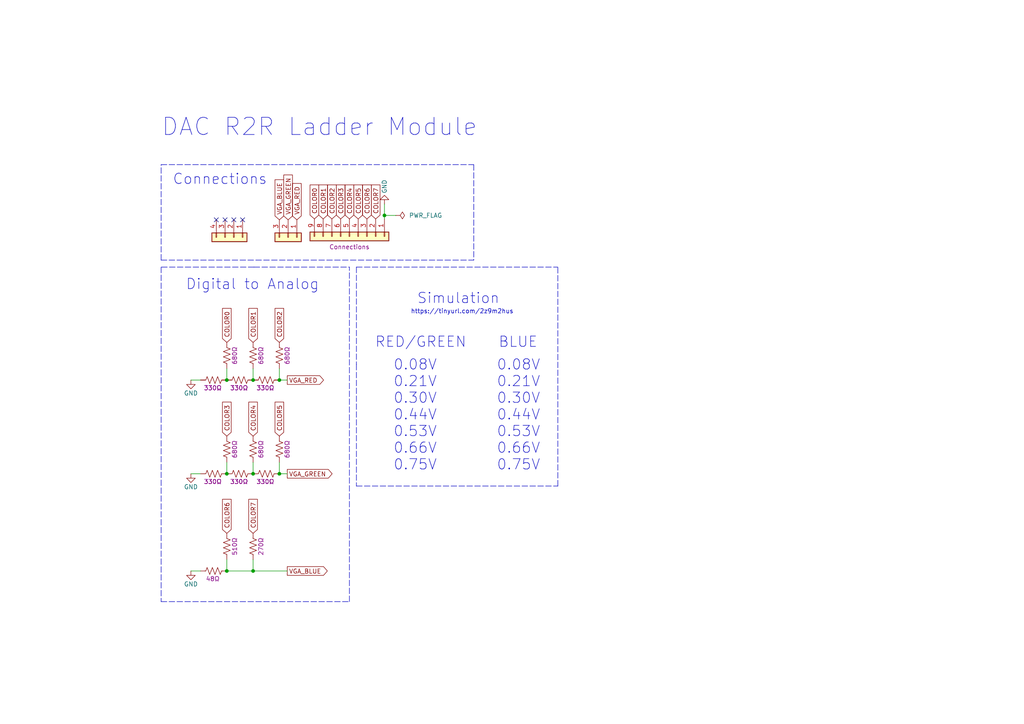
<source format=kicad_sch>
(kicad_sch (version 20211123) (generator eeschema)
  (paper "A4")
  (lib_symbols
    (symbol "Connector_Generic:Conn_01x03" (pin_names (offset 1.016) hide)
      (property "Reference" "J" (at 0 5.08 0))
      (property "Value" "Conn_01x03" (at 0 -5.08 0))
      (symbol "Conn_01x03_1_1"
        (rectangle (start -1.27 -2.413) (end 0 -2.667) (stroke (width 0.1524)))
        (rectangle (start -1.27 0.127) (end 0 -0.127) (stroke (width 0.1524)))
        (rectangle (start -1.27 2.667) (end 0 2.413) (stroke (width 0.1524)))
        (rectangle (start -1.27 3.81) (end 1.27 -3.81) (stroke (width 0.254)) (fill (type background)))
        (pin passive line (at -5.08 2.54 0) (length 3.81) (name "Pin_1") (number "1"))
        (pin passive line (at -5.08 0 0) (length 3.81) (name "Pin_2") (number "2"))
        (pin passive line (at -5.08 -2.54 0) (length 3.81) (name "Pin_3") (number "3"))
      )
    )
    (symbol "Connector_Generic:Conn_01x04" (pin_names (offset 1.016) hide)
      (property "Reference" "J" (at 0 5.08 0))
      (property "Value" "Conn_01x04" (at 0 -7.62 0))
      (symbol "Conn_01x04_1_1"
        (rectangle (start -1.27 -4.953) (end 0 -5.207) (stroke (width 0.1524)))
        (rectangle (start -1.27 -2.413) (end 0 -2.667) (stroke (width 0.1524)))
        (rectangle (start -1.27 0.127) (end 0 -0.127) (stroke (width 0.1524)))
        (rectangle (start -1.27 2.667) (end 0 2.413) (stroke (width 0.1524)))
        (rectangle (start -1.27 3.81) (end 1.27 -6.35) (stroke (width 0.254)) (fill (type background)))
        (pin passive line (at -5.08 2.54 0) (length 3.81) (name "Pin_1") (number "1"))
        (pin passive line (at -5.08 0 0) (length 3.81) (name "Pin_2") (number "2"))
        (pin passive line (at -5.08 -2.54 0) (length 3.81) (name "Pin_3") (number "3"))
        (pin passive line (at -5.08 -5.08 0) (length 3.81) (name "Pin_4") (number "4"))
      )
    )
    (symbol "Connector_Generic:Conn_01x09" (pin_names (offset 1.016) hide)
      (property "Reference" "J" (at 0 12.7 0))
      (property "Value" "Conn_01x09" (at 0 -12.7 0))
      (symbol "Conn_01x09_1_1"
        (rectangle (start -1.27 -10.033) (end 0 -10.287) (stroke (width 0.1524)))
        (rectangle (start -1.27 -7.493) (end 0 -7.747) (stroke (width 0.1524)))
        (rectangle (start -1.27 -4.953) (end 0 -5.207) (stroke (width 0.1524)))
        (rectangle (start -1.27 -2.413) (end 0 -2.667) (stroke (width 0.1524)))
        (rectangle (start -1.27 0.127) (end 0 -0.127) (stroke (width 0.1524)))
        (rectangle (start -1.27 2.667) (end 0 2.413) (stroke (width 0.1524)))
        (rectangle (start -1.27 5.207) (end 0 4.953) (stroke (width 0.1524)))
        (rectangle (start -1.27 7.747) (end 0 7.493) (stroke (width 0.1524)))
        (rectangle (start -1.27 10.287) (end 0 10.033) (stroke (width 0.1524)))
        (rectangle (start -1.27 11.43) (end 1.27 -11.43) (stroke (width 0.254)) (fill (type background)))
        (pin passive line (at -5.08 10.16 0) (length 3.81) (name "Pin_1") (number "1"))
        (pin passive line (at -5.08 7.62 0) (length 3.81) (name "Pin_2") (number "2"))
        (pin passive line (at -5.08 5.08 0) (length 3.81) (name "Pin_3") (number "3"))
        (pin passive line (at -5.08 2.54 0) (length 3.81) (name "Pin_4") (number "4"))
        (pin passive line (at -5.08 0 0) (length 3.81) (name "Pin_5") (number "5"))
        (pin passive line (at -5.08 -2.54 0) (length 3.81) (name "Pin_6") (number "6"))
        (pin passive line (at -5.08 -5.08 0) (length 3.81) (name "Pin_7") (number "7"))
        (pin passive line (at -5.08 -7.62 0) (length 3.81) (name "Pin_8") (number "8"))
        (pin passive line (at -5.08 -10.16 0) (length 3.81) (name "Pin_9") (number "9"))
      )
    )
    (symbol "Device:R_US" (pin_numbers hide) (pin_names (offset 0))
      (property "Reference" "R" (at 2.54 0 90))
      (property "Value" "R_US" (at -2.54 0 90))
      (symbol "R_US_0_1"
        (polyline (pts (xy 0 -2.286) (xy 0 -2.54)))
        (polyline (pts (xy 0 2.286) (xy 0 2.54)))
        (polyline (pts (xy 0 -0.762) (xy 1.016 -1.143) (xy 0 -1.524) (xy -1.016 -1.905) (xy 0 -2.286)))
        (polyline (pts (xy 0 0.762) (xy 1.016 0.381) (xy 0 0) (xy -1.016 -0.381) (xy 0 -0.762)))
        (polyline (pts (xy 0 2.286) (xy 1.016 1.905) (xy 0 1.524) (xy -1.016 1.143) (xy 0 0.762)))
      )
      (symbol "R_US_1_1"
        (pin passive line (at 0 3.81 270) (length 1.27) (name "~") (number "1"))
        (pin passive line (at 0 -3.81 90) (length 1.27) (name "~") (number "2"))
      )
    )
    (symbol "power:GND" (power) (pin_names (offset 0))
      (property "Value" "GND" (at 0 -3.81 0))
      (symbol "GND_0_1"
        (polyline (pts (xy 0 0) (xy 0 -1.27) (xy 1.27 -1.27) (xy 0 -2.54) (xy -1.27 -1.27) (xy 0 -1.27)))
      )
      (symbol "GND_1_1"
        (pin power_in line (at 0 0 270) (length 0) hide (name "GND") (number "1"))
      )
    )
    (symbol "power:PWR_FLAG" (power) (pin_numbers hide) (pin_names (offset 0) hide)
      (property "Value" "PWR_FLAG" (at 0 3.81 0))
      (symbol "PWR_FLAG_0_0"
        (pin power_out line (at 0 0 90) (length 0) (name "pwr") (number "1"))
      )
      (symbol "PWR_FLAG_0_1"
        (polyline (pts (xy 0 0) (xy 0 1.27) (xy -1.016 1.905) (xy 0 2.54) (xy 1.016 1.905) (xy 0 1.27)))
      )
    )
  )
  (junction (at 73.406 110.236))
  (junction (at 65.786 110.236))
  (junction (at 73.406 137.414))
  (junction (at 65.786 137.414))
  (junction (at 111.506 62.484))
  (junction (at 81.026 110.236))
  (junction (at 65.786 165.608))
  (junction (at 73.406 165.608))
  (junction (at 81.026 137.414))
  (no_connect (at 62.738 63.754))
  (no_connect (at 70.358 63.754))
  (no_connect (at 65.278 63.754))
  (no_connect (at 67.818 63.754))
  (polyline (pts (xy 46.736 75.438) (xy 137.414 75.438)))
  (wire (pts (xy 55.372 137.414) (xy 58.166 137.414)))
  (wire (pts (xy 55.372 110.236) (xy 58.166 110.236)))
  (wire (pts (xy 65.786 165.608) (xy 73.406 165.608)))
  (wire (pts (xy 81.026 110.236) (xy 83.312 110.236)))
  (wire (pts (xy 81.026 137.414) (xy 83.312 137.414)))
  (wire (pts (xy 111.506 59.182) (xy 111.506 62.484)))
  (wire (pts (xy 55.372 165.608) (xy 58.166 165.608)))
  (polyline (pts (xy 46.736 174.498) (xy 101.346 174.498)))
  (wire (pts (xy 73.406 162.306) (xy 73.406 165.608)))
  (polyline (pts (xy 46.736 75.438) (xy 46.736 47.752)))
  (wire (pts (xy 81.026 106.934) (xy 81.026 110.236)))
  (wire (pts (xy 73.406 165.608) (xy 83.312 165.608)))
  (polyline (pts (xy 73.66 77.47) (xy 101.346 77.47)))
  (wire (pts (xy 65.786 106.934) (xy 65.786 110.236)))
  (wire (pts (xy 81.026 134.112) (xy 81.026 137.414)))
  (polyline (pts (xy 161.798 140.97) (xy 161.798 77.47)))
  (polyline (pts (xy 46.736 77.47) (xy 46.736 174.498)))
  (wire (pts (xy 73.406 134.112) (xy 73.406 137.414)))
  (polyline (pts (xy 137.414 47.752) (xy 137.414 75.438)))
  (polyline (pts (xy 103.378 140.97) (xy 161.798 140.97)))
  (wire (pts (xy 65.786 162.306) (xy 65.786 165.608)))
  (polyline (pts (xy 103.378 77.47) (xy 161.798 77.47)))
  (wire (pts (xy 65.786 134.112) (xy 65.786 137.414)))
  (polyline (pts (xy 103.378 77.47) (xy 103.378 105.664)))
  (wire (pts (xy 73.406 106.934) (xy 73.406 110.236)))
  (wire (pts (xy 111.506 62.484) (xy 114.808 62.484)))
  (polyline (pts (xy 46.736 47.752) (xy 137.414 47.752)))
  (polyline (pts (xy 101.346 174.498) (xy 101.346 77.47)))
  (polyline (pts (xy 103.378 105.664) (xy 103.378 140.97)))
  (polyline (pts (xy 73.66 77.47) (xy 46.736 77.47)))
  (wire (pts (xy 111.506 62.484) (xy 111.506 63.5)))
  (text "0.08V\n0.21V\n0.30V\n0.44V\n0.53V\n0.66V\n0.75V\n" (at 114.046 136.652 0) (effects (font (size 3 3)) (justify left bottom)))
  (text "Simulation" (at 120.904 88.392 0) (effects (font (size 3 3)) (justify left bottom)))
  (text "0.08V\n0.21V\n0.30V\n0.44V\n0.53V\n0.66V\n0.75V\n" (at 144.018 136.652 0) (effects (font (size 3 3)) (justify left bottom)))
  (text "BLUE" (at 144.526 101.092 0) (effects (font (size 3 3)) (justify left bottom)))
  (text "https://tinyurl.com/2z9m2hus" (at 119.126 91.186 0) (effects (font (size 1.27 1.27)) (justify left bottom)))
  (text "Digital to Analog" (at 53.848 84.328 0) (effects (font (size 3 3)) (justify left bottom)))
  (text "Connections" (at 50.038 53.848 0) (effects (font (size 3 3)) (justify left bottom)))
  (text "DAC R2R Ladder Module" (at 46.736 39.878 0) (effects (font (size 5 5)) (justify left bottom)))
  (text "RED/GREEN" (at 108.712 101.092 0) (effects (font (size 3 3)) (justify left bottom)))
  (global_label "COLOR1" (shape input) (at 73.406 99.314 90) (property "Intersheet References" "${INTERSHEET_REFS}" (effects hide)))
  (global_label "VGA_GREEN" (shape output) (at 83.312 137.414 0) (property "Intersheet References" "${INTERSHEET_REFS}" (effects hide)))
  (global_label "VGA_RED" (shape input) (at 86.106 63.754 90) (property "Intersheet References" "${INTERSHEET_REFS}" (effects hide)))
  (global_label "COLOR7" (shape input) (at 108.966 63.5 90) (property "Intersheet References" "${INTERSHEET_REFS}" (effects hide)))
  (global_label "COLOR5" (shape input) (at 81.026 126.492 90) (property "Intersheet References" "${INTERSHEET_REFS}" (effects hide)))
  (global_label "VGA_BLUE" (shape output) (at 83.312 165.608 0) (property "Intersheet References" "${INTERSHEET_REFS}" (effects hide)))
  (global_label "COLOR5" (shape input) (at 103.886 63.5 90) (property "Intersheet References" "${INTERSHEET_REFS}" (effects hide)))
  (global_label "COLOR3" (shape input) (at 65.786 126.492 90) (property "Intersheet References" "${INTERSHEET_REFS}" (effects hide)))
  (global_label "COLOR6" (shape input) (at 65.786 154.686 90) (property "Intersheet References" "${INTERSHEET_REFS}" (effects hide)))
  (global_label "VGA_RED" (shape output) (at 83.312 110.236 0) (property "Intersheet References" "${INTERSHEET_REFS}" (effects hide)))
  (global_label "COLOR2" (shape input) (at 81.026 99.314 90) (property "Intersheet References" "${INTERSHEET_REFS}" (effects hide)))
  (global_label "VGA_GREEN" (shape input) (at 83.566 63.754 90) (property "Intersheet References" "${INTERSHEET_REFS}" (effects hide)))
  (global_label "COLOR4" (shape input) (at 101.346 63.5 90) (property "Intersheet References" "${INTERSHEET_REFS}" (effects hide)))
  (global_label "VGA_BLUE" (shape input) (at 81.026 63.754 90) (property "Intersheet References" "${INTERSHEET_REFS}" (effects hide)))
  (global_label "COLOR1" (shape input) (at 93.726 63.5 90) (property "Intersheet References" "${INTERSHEET_REFS}" (effects hide)))
  (global_label "COLOR4" (shape input) (at 73.406 126.492 90) (property "Intersheet References" "${INTERSHEET_REFS}" (effects hide)))
  (global_label "COLOR3" (shape input) (at 98.806 63.5 90) (property "Intersheet References" "${INTERSHEET_REFS}" (effects hide)))
  (global_label "COLOR7" (shape input) (at 73.406 154.686 90) (property "Intersheet References" "${INTERSHEET_REFS}" (effects hide)))
  (global_label "COLOR0" (shape input) (at 65.786 99.314 90) (property "Intersheet References" "${INTERSHEET_REFS}" (effects hide)))
  (global_label "COLOR0" (shape input) (at 91.186 63.5 90) (property "Intersheet References" "${INTERSHEET_REFS}" (effects hide)))
  (global_label "COLOR6" (shape input) (at 106.426 63.5 90) (property "Intersheet References" "${INTERSHEET_REFS}" (effects hide)))
  (global_label "COLOR2" (shape input) (at 96.266 63.5 90) (property "Intersheet References" "${INTERSHEET_REFS}" (effects hide)))
  (symbol (lib_id "Device:R_US") (at 69.596 137.414 90) (unit 1)
    (property "Reference" "R8" (effects hide))
    (property "Value" "R_US" (effects hide))
    (property "Footprint" "Resistor_SMD:R_0805_2012Metric" (effects hide))
    (property "Field4" "330Ω" (at 69.342 139.7 90))
  )
  (symbol (lib_id "Device:R_US") (at 73.406 130.302 0) (unit 1)
    (property "Reference" "R11" (effects hide))
    (property "Value" "R_US" (effects hide))
    (property "Footprint" "Resistor_SMD:R_0805_2012Metric" (effects hide))
    (property "Field4" "680Ω" (at 75.692 130.302 90))
  )
  (symbol (lib_id "power:GND") (at 55.372 137.414 0) (unit 1)
    (property "Reference" "#PWR02" (effects hide))
    (property "Value" "GND" (at 55.372 141.224 0))
  )
  (symbol (lib_id "power:GND") (at 111.506 59.182 180) (unit 1)
    (property "Reference" "#PWR04" (effects hide))
    (property "Value" "GND" (at 111.506 54.102 90))
  )
  (symbol (lib_id "power:GND") (at 55.372 165.608 0) (unit 1)
    (property "Reference" "#PWR03" (effects hide))
    (property "Value" "GND" (at 55.372 169.418 0))
  )
  (symbol (lib_id "Device:R_US") (at 61.976 137.414 90) (unit 1)
    (property "Reference" "R2" (effects hide))
    (property "Value" "R_US" (effects hide))
    (property "Footprint" "Resistor_SMD:R_0805_2012Metric" (effects hide))
    (property "Field4" "330Ω" (at 61.722 139.7 90))
  )
  (symbol (lib_id "Connector_Generic:Conn_01x03") (at 83.566 68.834 270) (unit 1)
    (property "Reference" "J1" (effects hide))
    (property "Value" "Conn_01x03" (effects hide))
    (property "Footprint" "Connector_PinHeader_2.54mm:PinHeader_1x03_P2.54mm_Vertical" (effects hide))
  )
  (symbol (lib_id "Device:R_US") (at 61.976 165.608 90) (unit 1)
    (property "Reference" "R3" (effects hide))
    (property "Value" "R_US" (effects hide))
    (property "Footprint" "Resistor_SMD:R_0805_2012Metric" (effects hide))
    (property "Field4" "48Ω" (at 61.722 167.894 90))
  )
  (symbol (lib_id "Connector_Generic:Conn_01x09") (at 101.346 68.58 270) (unit 1)
    (property "Reference" "J2" (effects hide))
    (property "Value" "Conn_01x09" (effects hide))
    (property "Footprint" "Connector_PinHeader_2.54mm:PinHeader_1x09_P2.54mm_Vertical" (effects hide))
    (property "L" "Connections" (at 101.346 71.628 90))
  )
  (symbol (lib_id "Device:R_US") (at 69.596 110.236 90) (unit 1)
    (property "Reference" "R7" (effects hide))
    (property "Value" "R_US" (effects hide))
    (property "Footprint" "Resistor_SMD:R_0805_2012Metric" (effects hide))
    (property "Field4" "330Ω" (at 69.342 112.522 90))
  )
  (symbol (lib_id "Device:R_US") (at 81.026 130.302 0) (unit 1)
    (property "Reference" "R16" (effects hide))
    (property "Value" "R_US" (effects hide))
    (property "Footprint" "Resistor_SMD:R_0805_2012Metric" (effects hide))
    (property "Field4" "680Ω" (at 83.312 130.302 90))
  )
  (symbol (lib_id "Device:R_US") (at 65.786 130.302 0) (unit 1)
    (property "Reference" "R5" (effects hide))
    (property "Value" "R_US" (effects hide))
    (property "Footprint" "Resistor_SMD:R_0805_2012Metric" (effects hide))
    (property "Field4" "680Ω" (at 68.072 130.302 90))
  )
  (symbol (lib_id "power:GND") (at 55.372 110.236 0) (unit 1)
    (property "Reference" "#PWR01" (effects hide))
    (property "Value" "GND" (at 55.372 114.046 0))
  )
  (symbol (lib_id "Device:R_US") (at 61.976 110.236 90) (unit 1)
    (property "Reference" "R1" (effects hide))
    (property "Value" "R_US" (effects hide))
    (property "Footprint" "Resistor_SMD:R_0805_2012Metric" (effects hide))
    (property "Field4" "330Ω" (at 61.722 112.522 90))
  )
  (symbol (lib_id "Device:R_US") (at 77.216 137.414 90) (unit 1)
    (property "Reference" "R14" (effects hide))
    (property "Value" "R_US" (effects hide))
    (property "Footprint" "Resistor_SMD:R_0805_2012Metric" (effects hide))
    (property "Field4" "330Ω" (at 76.962 139.7 90))
  )
  (symbol (lib_id "Connector_Generic:Conn_01x04") (at 67.818 68.834 270) (unit 1)
    (property "Reference" "J4" (effects hide))
    (property "Value" "Conn_01x04" (effects hide))
    (property "Footprint" "Connector_PinHeader_2.54mm:PinHeader_1x04_P2.54mm_Vertical" (effects hide))
  )
  (symbol (lib_id "Device:R_US") (at 81.026 103.124 0) (unit 1)
    (property "Reference" "R15" (effects hide))
    (property "Value" "R_US" (effects hide))
    (property "Footprint" "Resistor_SMD:R_0805_2012Metric" (effects hide))
    (property "Field4" "680Ω" (at 83.312 103.124 90))
  )
  (symbol (lib_id "Device:R_US") (at 73.406 103.124 0) (unit 1)
    (property "Reference" "R10" (effects hide))
    (property "Value" "R_US" (effects hide))
    (property "Footprint" "Resistor_SMD:R_0805_2012Metric" (effects hide))
    (property "Field4" "680Ω" (at 75.692 103.124 90))
  )
  (symbol (lib_id "Device:R_US") (at 65.786 158.496 0) (unit 1)
    (property "Reference" "R6" (effects hide))
    (property "Value" "R_US" (effects hide))
    (property "Footprint" "Resistor_SMD:R_0805_2012Metric" (effects hide))
    (property "Field4" "510Ω" (at 68.072 158.496 90))
  )
  (symbol (lib_id "Device:R_US") (at 65.786 103.124 0) (unit 1)
    (property "Reference" "R4" (effects hide))
    (property "Value" "R_US" (effects hide))
    (property "Footprint" "Resistor_SMD:R_0805_2012Metric" (effects hide))
    (property "Field4" "680Ω" (at 68.072 103.124 90))
  )
  (symbol (lib_id "power:PWR_FLAG") (at 114.808 62.484 270) (unit 1)
    (property "Reference" "#FLG01" (effects hide))
    (property "Value" "PWR_FLAG" (at 118.618 62.4839 90) (effects (justify left)))
  )
  (symbol (lib_id "Device:R_US") (at 73.406 158.496 0) (unit 1)
    (property "Reference" "R12" (effects hide))
    (property "Value" "R_US" (effects hide))
    (property "Footprint" "Resistor_SMD:R_0805_2012Metric" (effects hide))
    (property "Field4" "270Ω" (at 75.692 158.496 90))
  )
  (symbol (lib_id "Device:R_US") (at 77.216 110.236 90) (unit 1)
    (property "Reference" "R13" (effects hide))
    (property "Value" "R_US" (effects hide))
    (property "Footprint" "Resistor_SMD:R_0805_2012Metric" (effects hide))
    (property "Field4" "330Ω" (at 76.962 112.522 90))
  )
)
</source>
